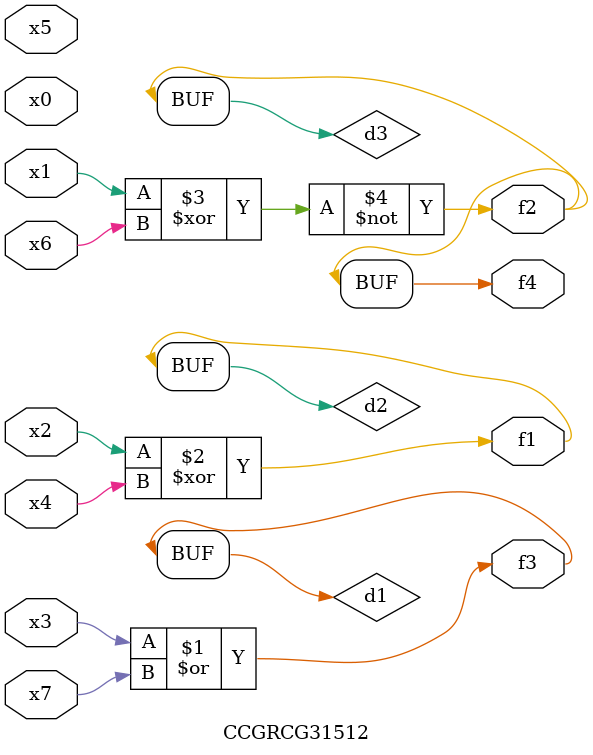
<source format=v>
module CCGRCG31512(
	input x0, x1, x2, x3, x4, x5, x6, x7,
	output f1, f2, f3, f4
);

	wire d1, d2, d3;

	or (d1, x3, x7);
	xor (d2, x2, x4);
	xnor (d3, x1, x6);
	assign f1 = d2;
	assign f2 = d3;
	assign f3 = d1;
	assign f4 = d3;
endmodule

</source>
